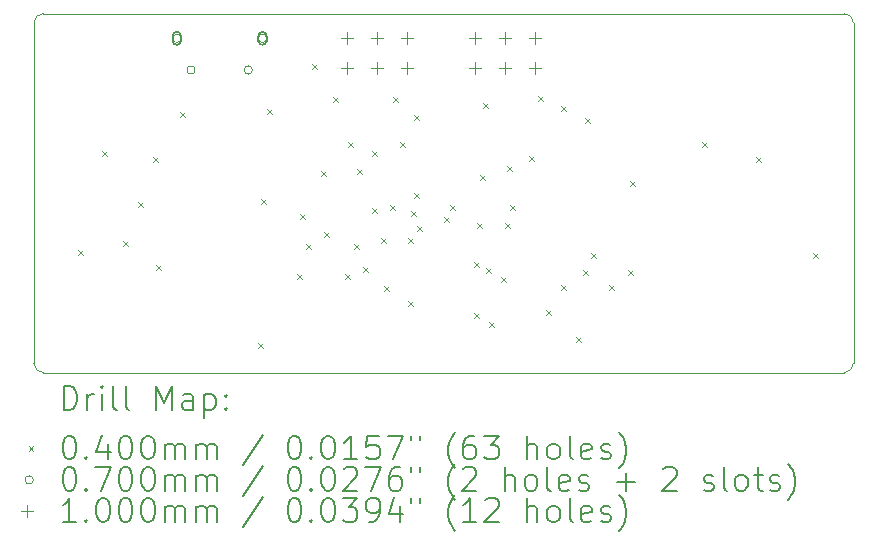
<source format=gbr>
%TF.GenerationSoftware,KiCad,Pcbnew,(6.0.10)*%
%TF.CreationDate,2023-01-18T01:33:54+01:00*%
%TF.ProjectId,hwpuzzle,68777075-7a7a-46c6-952e-6b696361645f,0.1*%
%TF.SameCoordinates,Original*%
%TF.FileFunction,Drillmap*%
%TF.FilePolarity,Positive*%
%FSLAX45Y45*%
G04 Gerber Fmt 4.5, Leading zero omitted, Abs format (unit mm)*
G04 Created by KiCad (PCBNEW (6.0.10)) date 2023-01-18 01:33:54*
%MOMM*%
%LPD*%
G01*
G04 APERTURE LIST*
%ADD10C,0.100000*%
%ADD11C,0.200000*%
%ADD12C,0.040000*%
%ADD13C,0.070000*%
G04 APERTURE END LIST*
D10*
X10000000Y-6840000D02*
X16780000Y-6840000D01*
X9920000Y-9800000D02*
X9920000Y-6920000D01*
X16780000Y-9880000D02*
X10000000Y-9880000D01*
X16860000Y-6920000D02*
X16860000Y-9800000D01*
X16860000Y-6920000D02*
G75*
G03*
X16780000Y-6840000I-80000J0D01*
G01*
X16780000Y-9880000D02*
G75*
G03*
X16860000Y-9800000I0J80000D01*
G01*
X9920000Y-9800000D02*
G75*
G03*
X10000000Y-9880000I80000J0D01*
G01*
X10000000Y-6840000D02*
G75*
G03*
X9920000Y-6920000I0J-80000D01*
G01*
D11*
D12*
X10292400Y-8844600D02*
X10332400Y-8884600D01*
X10332400Y-8844600D02*
X10292400Y-8884600D01*
X10495600Y-8006400D02*
X10535600Y-8046400D01*
X10535600Y-8006400D02*
X10495600Y-8046400D01*
X10673400Y-8768400D02*
X10713400Y-8808400D01*
X10713400Y-8768400D02*
X10673400Y-8808400D01*
X10800400Y-8438200D02*
X10840400Y-8478200D01*
X10840400Y-8438200D02*
X10800400Y-8478200D01*
X10927400Y-8057200D02*
X10967400Y-8097200D01*
X10967400Y-8057200D02*
X10927400Y-8097200D01*
X10952800Y-8971600D02*
X10992800Y-9011600D01*
X10992800Y-8971600D02*
X10952800Y-9011600D01*
X11156000Y-7676200D02*
X11196000Y-7716200D01*
X11196000Y-7676200D02*
X11156000Y-7716200D01*
X11816400Y-9632000D02*
X11856400Y-9672000D01*
X11856400Y-9632000D02*
X11816400Y-9672000D01*
X11841800Y-8412800D02*
X11881800Y-8452800D01*
X11881800Y-8412800D02*
X11841800Y-8452800D01*
X11892600Y-7650800D02*
X11932600Y-7690800D01*
X11932600Y-7650800D02*
X11892600Y-7690800D01*
X12146600Y-9047800D02*
X12186600Y-9087800D01*
X12186600Y-9047800D02*
X12146600Y-9087800D01*
X12172000Y-8539800D02*
X12212000Y-8579800D01*
X12212000Y-8539800D02*
X12172000Y-8579800D01*
X12222800Y-8793800D02*
X12262800Y-8833800D01*
X12262800Y-8793800D02*
X12222800Y-8833800D01*
X12273600Y-7269800D02*
X12313600Y-7309800D01*
X12313600Y-7269800D02*
X12273600Y-7309800D01*
X12349800Y-8171500D02*
X12389800Y-8211500D01*
X12389800Y-8171500D02*
X12349800Y-8211500D01*
X12375200Y-8692200D02*
X12415200Y-8732200D01*
X12415200Y-8692200D02*
X12375200Y-8732200D01*
X12451400Y-7549200D02*
X12491400Y-7589200D01*
X12491400Y-7549200D02*
X12451400Y-7589200D01*
X12553000Y-9047800D02*
X12593000Y-9087800D01*
X12593000Y-9047800D02*
X12553000Y-9087800D01*
X12578400Y-7930200D02*
X12618400Y-7970200D01*
X12618400Y-7930200D02*
X12578400Y-7970200D01*
X12629200Y-8793800D02*
X12669200Y-8833800D01*
X12669200Y-8793800D02*
X12629200Y-8833800D01*
X12654600Y-8158800D02*
X12694600Y-8198800D01*
X12694600Y-8158800D02*
X12654600Y-8198800D01*
X12705400Y-8986950D02*
X12745400Y-9026950D01*
X12745400Y-8986950D02*
X12705400Y-9026950D01*
X12781600Y-8006400D02*
X12821600Y-8046400D01*
X12821600Y-8006400D02*
X12781600Y-8046400D01*
X12781600Y-8489000D02*
X12821600Y-8529000D01*
X12821600Y-8489000D02*
X12781600Y-8529000D01*
X12857800Y-8743000D02*
X12897800Y-8783000D01*
X12897800Y-8743000D02*
X12857800Y-8783000D01*
X12883200Y-9149400D02*
X12923200Y-9189400D01*
X12923200Y-9149400D02*
X12883200Y-9189400D01*
X12934000Y-8463600D02*
X12974000Y-8503600D01*
X12974000Y-8463600D02*
X12934000Y-8503600D01*
X12959400Y-7549200D02*
X12999400Y-7589200D01*
X12999400Y-7549200D02*
X12959400Y-7589200D01*
X13022900Y-7930200D02*
X13062900Y-7970200D01*
X13062900Y-7930200D02*
X13022900Y-7970200D01*
X13086400Y-8743000D02*
X13126400Y-8783000D01*
X13126400Y-8743000D02*
X13086400Y-8783000D01*
X13086400Y-9276400D02*
X13126400Y-9316400D01*
X13126400Y-9276400D02*
X13086400Y-9316400D01*
X13111800Y-8514400D02*
X13151800Y-8554400D01*
X13151800Y-8514400D02*
X13111800Y-8554400D01*
X13137200Y-7701600D02*
X13177200Y-7741600D01*
X13177200Y-7701600D02*
X13137200Y-7741600D01*
X13137200Y-8362000D02*
X13177200Y-8402000D01*
X13177200Y-8362000D02*
X13137200Y-8402000D01*
X13162600Y-8641400D02*
X13202600Y-8681400D01*
X13202600Y-8641400D02*
X13162600Y-8681400D01*
X13391200Y-8565200D02*
X13431200Y-8605200D01*
X13431200Y-8565200D02*
X13391200Y-8605200D01*
X13442000Y-8463600D02*
X13482000Y-8503600D01*
X13482000Y-8463600D02*
X13442000Y-8503600D01*
X13645200Y-8946200D02*
X13685200Y-8986200D01*
X13685200Y-8946200D02*
X13645200Y-8986200D01*
X13645200Y-9378000D02*
X13685200Y-9418000D01*
X13685200Y-9378000D02*
X13645200Y-9418000D01*
X13670600Y-8616000D02*
X13710600Y-8656000D01*
X13710600Y-8616000D02*
X13670600Y-8656000D01*
X13696000Y-8209600D02*
X13736000Y-8249600D01*
X13736000Y-8209600D02*
X13696000Y-8249600D01*
X13721400Y-7600000D02*
X13761400Y-7640000D01*
X13761400Y-7600000D02*
X13721400Y-7640000D01*
X13746800Y-8997000D02*
X13786800Y-9037000D01*
X13786800Y-8997000D02*
X13746800Y-9037000D01*
X13772200Y-9454200D02*
X13812200Y-9494200D01*
X13812200Y-9454200D02*
X13772200Y-9494200D01*
X13873800Y-9073200D02*
X13913800Y-9113200D01*
X13913800Y-9073200D02*
X13873800Y-9113200D01*
X13911900Y-8616000D02*
X13951900Y-8656000D01*
X13951900Y-8616000D02*
X13911900Y-8656000D01*
X13924600Y-8133400D02*
X13964600Y-8173400D01*
X13964600Y-8133400D02*
X13924600Y-8173400D01*
X13950000Y-8463600D02*
X13990000Y-8503600D01*
X13990000Y-8463600D02*
X13950000Y-8503600D01*
X14115100Y-8044500D02*
X14155100Y-8084500D01*
X14155100Y-8044500D02*
X14115100Y-8084500D01*
X14191300Y-7536500D02*
X14231300Y-7576500D01*
X14231300Y-7536500D02*
X14191300Y-7576500D01*
X14254800Y-9352600D02*
X14294800Y-9392600D01*
X14294800Y-9352600D02*
X14254800Y-9392600D01*
X14381800Y-7625400D02*
X14421800Y-7665400D01*
X14421800Y-7625400D02*
X14381800Y-7665400D01*
X14381800Y-9136700D02*
X14421800Y-9176700D01*
X14421800Y-9136700D02*
X14381800Y-9176700D01*
X14508800Y-9581200D02*
X14548800Y-9621200D01*
X14548800Y-9581200D02*
X14508800Y-9621200D01*
X14572300Y-9009700D02*
X14612300Y-9049700D01*
X14612300Y-9009700D02*
X14572300Y-9049700D01*
X14585000Y-7727000D02*
X14625000Y-7767000D01*
X14625000Y-7727000D02*
X14585000Y-7767000D01*
X14635800Y-8870000D02*
X14675800Y-8910000D01*
X14675800Y-8870000D02*
X14635800Y-8910000D01*
X14788200Y-9136700D02*
X14828200Y-9176700D01*
X14828200Y-9136700D02*
X14788200Y-9176700D01*
X14953300Y-9009700D02*
X14993300Y-9049700D01*
X14993300Y-9009700D02*
X14953300Y-9049700D01*
X14966000Y-8260400D02*
X15006000Y-8300400D01*
X15006000Y-8260400D02*
X14966000Y-8300400D01*
X15575600Y-7930200D02*
X15615600Y-7970200D01*
X15615600Y-7930200D02*
X15575600Y-7970200D01*
X16032800Y-8057200D02*
X16072800Y-8097200D01*
X16072800Y-8057200D02*
X16032800Y-8097200D01*
X16515400Y-8870000D02*
X16555400Y-8910000D01*
X16555400Y-8870000D02*
X16515400Y-8910000D01*
D13*
X11166000Y-7050100D02*
G75*
G03*
X11166000Y-7050100I-35000J0D01*
G01*
D11*
X11096000Y-7030100D02*
X11096000Y-7070100D01*
X11166000Y-7030100D02*
X11166000Y-7070100D01*
X11096000Y-7070100D02*
G75*
G03*
X11166000Y-7070100I35000J0D01*
G01*
X11166000Y-7030100D02*
G75*
G03*
X11096000Y-7030100I-35000J0D01*
G01*
D13*
X11286000Y-7318100D02*
G75*
G03*
X11286000Y-7318100I-35000J0D01*
G01*
X11771000Y-7318100D02*
G75*
G03*
X11771000Y-7318100I-35000J0D01*
G01*
X11891000Y-7050100D02*
G75*
G03*
X11891000Y-7050100I-35000J0D01*
G01*
D11*
X11821000Y-7030100D02*
X11821000Y-7070100D01*
X11891000Y-7030100D02*
X11891000Y-7070100D01*
X11821000Y-7070100D02*
G75*
G03*
X11891000Y-7070100I35000J0D01*
G01*
X11891000Y-7030100D02*
G75*
G03*
X11821000Y-7030100I-35000J0D01*
G01*
D10*
X12573000Y-6998500D02*
X12573000Y-7098500D01*
X12523000Y-7048500D02*
X12623000Y-7048500D01*
X12573000Y-7252500D02*
X12573000Y-7352500D01*
X12523000Y-7302500D02*
X12623000Y-7302500D01*
X12827000Y-6998500D02*
X12827000Y-7098500D01*
X12777000Y-7048500D02*
X12877000Y-7048500D01*
X12827000Y-7252500D02*
X12827000Y-7352500D01*
X12777000Y-7302500D02*
X12877000Y-7302500D01*
X13081000Y-6998500D02*
X13081000Y-7098500D01*
X13031000Y-7048500D02*
X13131000Y-7048500D01*
X13081000Y-7252500D02*
X13081000Y-7352500D01*
X13031000Y-7302500D02*
X13131000Y-7302500D01*
X13654000Y-6999000D02*
X13654000Y-7099000D01*
X13604000Y-7049000D02*
X13704000Y-7049000D01*
X13654000Y-7253000D02*
X13654000Y-7353000D01*
X13604000Y-7303000D02*
X13704000Y-7303000D01*
X13908000Y-6999000D02*
X13908000Y-7099000D01*
X13858000Y-7049000D02*
X13958000Y-7049000D01*
X13908000Y-7253000D02*
X13908000Y-7353000D01*
X13858000Y-7303000D02*
X13958000Y-7303000D01*
X14162000Y-6999000D02*
X14162000Y-7099000D01*
X14112000Y-7049000D02*
X14212000Y-7049000D01*
X14162000Y-7253000D02*
X14162000Y-7353000D01*
X14112000Y-7303000D02*
X14212000Y-7303000D01*
D11*
X10172619Y-10195476D02*
X10172619Y-9995476D01*
X10220238Y-9995476D01*
X10248810Y-10005000D01*
X10267857Y-10024048D01*
X10277381Y-10043095D01*
X10286905Y-10081190D01*
X10286905Y-10109762D01*
X10277381Y-10147857D01*
X10267857Y-10166905D01*
X10248810Y-10185952D01*
X10220238Y-10195476D01*
X10172619Y-10195476D01*
X10372619Y-10195476D02*
X10372619Y-10062143D01*
X10372619Y-10100238D02*
X10382143Y-10081190D01*
X10391667Y-10071667D01*
X10410714Y-10062143D01*
X10429762Y-10062143D01*
X10496429Y-10195476D02*
X10496429Y-10062143D01*
X10496429Y-9995476D02*
X10486905Y-10005000D01*
X10496429Y-10014524D01*
X10505952Y-10005000D01*
X10496429Y-9995476D01*
X10496429Y-10014524D01*
X10620238Y-10195476D02*
X10601190Y-10185952D01*
X10591667Y-10166905D01*
X10591667Y-9995476D01*
X10725000Y-10195476D02*
X10705952Y-10185952D01*
X10696429Y-10166905D01*
X10696429Y-9995476D01*
X10953571Y-10195476D02*
X10953571Y-9995476D01*
X11020238Y-10138333D01*
X11086905Y-9995476D01*
X11086905Y-10195476D01*
X11267857Y-10195476D02*
X11267857Y-10090714D01*
X11258333Y-10071667D01*
X11239286Y-10062143D01*
X11201190Y-10062143D01*
X11182143Y-10071667D01*
X11267857Y-10185952D02*
X11248809Y-10195476D01*
X11201190Y-10195476D01*
X11182143Y-10185952D01*
X11172619Y-10166905D01*
X11172619Y-10147857D01*
X11182143Y-10128810D01*
X11201190Y-10119286D01*
X11248809Y-10119286D01*
X11267857Y-10109762D01*
X11363095Y-10062143D02*
X11363095Y-10262143D01*
X11363095Y-10071667D02*
X11382143Y-10062143D01*
X11420238Y-10062143D01*
X11439286Y-10071667D01*
X11448809Y-10081190D01*
X11458333Y-10100238D01*
X11458333Y-10157381D01*
X11448809Y-10176429D01*
X11439286Y-10185952D01*
X11420238Y-10195476D01*
X11382143Y-10195476D01*
X11363095Y-10185952D01*
X11544048Y-10176429D02*
X11553571Y-10185952D01*
X11544048Y-10195476D01*
X11534524Y-10185952D01*
X11544048Y-10176429D01*
X11544048Y-10195476D01*
X11544048Y-10071667D02*
X11553571Y-10081190D01*
X11544048Y-10090714D01*
X11534524Y-10081190D01*
X11544048Y-10071667D01*
X11544048Y-10090714D01*
D12*
X9875000Y-10505000D02*
X9915000Y-10545000D01*
X9915000Y-10505000D02*
X9875000Y-10545000D01*
D11*
X10210714Y-10415476D02*
X10229762Y-10415476D01*
X10248810Y-10425000D01*
X10258333Y-10434524D01*
X10267857Y-10453571D01*
X10277381Y-10491667D01*
X10277381Y-10539286D01*
X10267857Y-10577381D01*
X10258333Y-10596429D01*
X10248810Y-10605952D01*
X10229762Y-10615476D01*
X10210714Y-10615476D01*
X10191667Y-10605952D01*
X10182143Y-10596429D01*
X10172619Y-10577381D01*
X10163095Y-10539286D01*
X10163095Y-10491667D01*
X10172619Y-10453571D01*
X10182143Y-10434524D01*
X10191667Y-10425000D01*
X10210714Y-10415476D01*
X10363095Y-10596429D02*
X10372619Y-10605952D01*
X10363095Y-10615476D01*
X10353571Y-10605952D01*
X10363095Y-10596429D01*
X10363095Y-10615476D01*
X10544048Y-10482143D02*
X10544048Y-10615476D01*
X10496429Y-10405952D02*
X10448810Y-10548810D01*
X10572619Y-10548810D01*
X10686905Y-10415476D02*
X10705952Y-10415476D01*
X10725000Y-10425000D01*
X10734524Y-10434524D01*
X10744048Y-10453571D01*
X10753571Y-10491667D01*
X10753571Y-10539286D01*
X10744048Y-10577381D01*
X10734524Y-10596429D01*
X10725000Y-10605952D01*
X10705952Y-10615476D01*
X10686905Y-10615476D01*
X10667857Y-10605952D01*
X10658333Y-10596429D01*
X10648810Y-10577381D01*
X10639286Y-10539286D01*
X10639286Y-10491667D01*
X10648810Y-10453571D01*
X10658333Y-10434524D01*
X10667857Y-10425000D01*
X10686905Y-10415476D01*
X10877381Y-10415476D02*
X10896429Y-10415476D01*
X10915476Y-10425000D01*
X10925000Y-10434524D01*
X10934524Y-10453571D01*
X10944048Y-10491667D01*
X10944048Y-10539286D01*
X10934524Y-10577381D01*
X10925000Y-10596429D01*
X10915476Y-10605952D01*
X10896429Y-10615476D01*
X10877381Y-10615476D01*
X10858333Y-10605952D01*
X10848810Y-10596429D01*
X10839286Y-10577381D01*
X10829762Y-10539286D01*
X10829762Y-10491667D01*
X10839286Y-10453571D01*
X10848810Y-10434524D01*
X10858333Y-10425000D01*
X10877381Y-10415476D01*
X11029762Y-10615476D02*
X11029762Y-10482143D01*
X11029762Y-10501190D02*
X11039286Y-10491667D01*
X11058333Y-10482143D01*
X11086905Y-10482143D01*
X11105952Y-10491667D01*
X11115476Y-10510714D01*
X11115476Y-10615476D01*
X11115476Y-10510714D02*
X11125000Y-10491667D01*
X11144048Y-10482143D01*
X11172619Y-10482143D01*
X11191667Y-10491667D01*
X11201190Y-10510714D01*
X11201190Y-10615476D01*
X11296428Y-10615476D02*
X11296428Y-10482143D01*
X11296428Y-10501190D02*
X11305952Y-10491667D01*
X11325000Y-10482143D01*
X11353571Y-10482143D01*
X11372619Y-10491667D01*
X11382143Y-10510714D01*
X11382143Y-10615476D01*
X11382143Y-10510714D02*
X11391667Y-10491667D01*
X11410714Y-10482143D01*
X11439286Y-10482143D01*
X11458333Y-10491667D01*
X11467857Y-10510714D01*
X11467857Y-10615476D01*
X11858333Y-10405952D02*
X11686905Y-10663095D01*
X12115476Y-10415476D02*
X12134524Y-10415476D01*
X12153571Y-10425000D01*
X12163095Y-10434524D01*
X12172619Y-10453571D01*
X12182143Y-10491667D01*
X12182143Y-10539286D01*
X12172619Y-10577381D01*
X12163095Y-10596429D01*
X12153571Y-10605952D01*
X12134524Y-10615476D01*
X12115476Y-10615476D01*
X12096428Y-10605952D01*
X12086905Y-10596429D01*
X12077381Y-10577381D01*
X12067857Y-10539286D01*
X12067857Y-10491667D01*
X12077381Y-10453571D01*
X12086905Y-10434524D01*
X12096428Y-10425000D01*
X12115476Y-10415476D01*
X12267857Y-10596429D02*
X12277381Y-10605952D01*
X12267857Y-10615476D01*
X12258333Y-10605952D01*
X12267857Y-10596429D01*
X12267857Y-10615476D01*
X12401190Y-10415476D02*
X12420238Y-10415476D01*
X12439286Y-10425000D01*
X12448809Y-10434524D01*
X12458333Y-10453571D01*
X12467857Y-10491667D01*
X12467857Y-10539286D01*
X12458333Y-10577381D01*
X12448809Y-10596429D01*
X12439286Y-10605952D01*
X12420238Y-10615476D01*
X12401190Y-10615476D01*
X12382143Y-10605952D01*
X12372619Y-10596429D01*
X12363095Y-10577381D01*
X12353571Y-10539286D01*
X12353571Y-10491667D01*
X12363095Y-10453571D01*
X12372619Y-10434524D01*
X12382143Y-10425000D01*
X12401190Y-10415476D01*
X12658333Y-10615476D02*
X12544048Y-10615476D01*
X12601190Y-10615476D02*
X12601190Y-10415476D01*
X12582143Y-10444048D01*
X12563095Y-10463095D01*
X12544048Y-10472619D01*
X12839286Y-10415476D02*
X12744048Y-10415476D01*
X12734524Y-10510714D01*
X12744048Y-10501190D01*
X12763095Y-10491667D01*
X12810714Y-10491667D01*
X12829762Y-10501190D01*
X12839286Y-10510714D01*
X12848809Y-10529762D01*
X12848809Y-10577381D01*
X12839286Y-10596429D01*
X12829762Y-10605952D01*
X12810714Y-10615476D01*
X12763095Y-10615476D01*
X12744048Y-10605952D01*
X12734524Y-10596429D01*
X12915476Y-10415476D02*
X13048809Y-10415476D01*
X12963095Y-10615476D01*
X13115476Y-10415476D02*
X13115476Y-10453571D01*
X13191667Y-10415476D02*
X13191667Y-10453571D01*
X13486905Y-10691667D02*
X13477381Y-10682143D01*
X13458333Y-10653571D01*
X13448809Y-10634524D01*
X13439286Y-10605952D01*
X13429762Y-10558333D01*
X13429762Y-10520238D01*
X13439286Y-10472619D01*
X13448809Y-10444048D01*
X13458333Y-10425000D01*
X13477381Y-10396429D01*
X13486905Y-10386905D01*
X13648809Y-10415476D02*
X13610714Y-10415476D01*
X13591667Y-10425000D01*
X13582143Y-10434524D01*
X13563095Y-10463095D01*
X13553571Y-10501190D01*
X13553571Y-10577381D01*
X13563095Y-10596429D01*
X13572619Y-10605952D01*
X13591667Y-10615476D01*
X13629762Y-10615476D01*
X13648809Y-10605952D01*
X13658333Y-10596429D01*
X13667857Y-10577381D01*
X13667857Y-10529762D01*
X13658333Y-10510714D01*
X13648809Y-10501190D01*
X13629762Y-10491667D01*
X13591667Y-10491667D01*
X13572619Y-10501190D01*
X13563095Y-10510714D01*
X13553571Y-10529762D01*
X13734524Y-10415476D02*
X13858333Y-10415476D01*
X13791667Y-10491667D01*
X13820238Y-10491667D01*
X13839286Y-10501190D01*
X13848809Y-10510714D01*
X13858333Y-10529762D01*
X13858333Y-10577381D01*
X13848809Y-10596429D01*
X13839286Y-10605952D01*
X13820238Y-10615476D01*
X13763095Y-10615476D01*
X13744048Y-10605952D01*
X13734524Y-10596429D01*
X14096428Y-10615476D02*
X14096428Y-10415476D01*
X14182143Y-10615476D02*
X14182143Y-10510714D01*
X14172619Y-10491667D01*
X14153571Y-10482143D01*
X14125000Y-10482143D01*
X14105952Y-10491667D01*
X14096428Y-10501190D01*
X14305952Y-10615476D02*
X14286905Y-10605952D01*
X14277381Y-10596429D01*
X14267857Y-10577381D01*
X14267857Y-10520238D01*
X14277381Y-10501190D01*
X14286905Y-10491667D01*
X14305952Y-10482143D01*
X14334524Y-10482143D01*
X14353571Y-10491667D01*
X14363095Y-10501190D01*
X14372619Y-10520238D01*
X14372619Y-10577381D01*
X14363095Y-10596429D01*
X14353571Y-10605952D01*
X14334524Y-10615476D01*
X14305952Y-10615476D01*
X14486905Y-10615476D02*
X14467857Y-10605952D01*
X14458333Y-10586905D01*
X14458333Y-10415476D01*
X14639286Y-10605952D02*
X14620238Y-10615476D01*
X14582143Y-10615476D01*
X14563095Y-10605952D01*
X14553571Y-10586905D01*
X14553571Y-10510714D01*
X14563095Y-10491667D01*
X14582143Y-10482143D01*
X14620238Y-10482143D01*
X14639286Y-10491667D01*
X14648809Y-10510714D01*
X14648809Y-10529762D01*
X14553571Y-10548810D01*
X14725000Y-10605952D02*
X14744048Y-10615476D01*
X14782143Y-10615476D01*
X14801190Y-10605952D01*
X14810714Y-10586905D01*
X14810714Y-10577381D01*
X14801190Y-10558333D01*
X14782143Y-10548810D01*
X14753571Y-10548810D01*
X14734524Y-10539286D01*
X14725000Y-10520238D01*
X14725000Y-10510714D01*
X14734524Y-10491667D01*
X14753571Y-10482143D01*
X14782143Y-10482143D01*
X14801190Y-10491667D01*
X14877381Y-10691667D02*
X14886905Y-10682143D01*
X14905952Y-10653571D01*
X14915476Y-10634524D01*
X14925000Y-10605952D01*
X14934524Y-10558333D01*
X14934524Y-10520238D01*
X14925000Y-10472619D01*
X14915476Y-10444048D01*
X14905952Y-10425000D01*
X14886905Y-10396429D01*
X14877381Y-10386905D01*
D13*
X9915000Y-10789000D02*
G75*
G03*
X9915000Y-10789000I-35000J0D01*
G01*
D11*
X10210714Y-10679476D02*
X10229762Y-10679476D01*
X10248810Y-10689000D01*
X10258333Y-10698524D01*
X10267857Y-10717571D01*
X10277381Y-10755667D01*
X10277381Y-10803286D01*
X10267857Y-10841381D01*
X10258333Y-10860429D01*
X10248810Y-10869952D01*
X10229762Y-10879476D01*
X10210714Y-10879476D01*
X10191667Y-10869952D01*
X10182143Y-10860429D01*
X10172619Y-10841381D01*
X10163095Y-10803286D01*
X10163095Y-10755667D01*
X10172619Y-10717571D01*
X10182143Y-10698524D01*
X10191667Y-10689000D01*
X10210714Y-10679476D01*
X10363095Y-10860429D02*
X10372619Y-10869952D01*
X10363095Y-10879476D01*
X10353571Y-10869952D01*
X10363095Y-10860429D01*
X10363095Y-10879476D01*
X10439286Y-10679476D02*
X10572619Y-10679476D01*
X10486905Y-10879476D01*
X10686905Y-10679476D02*
X10705952Y-10679476D01*
X10725000Y-10689000D01*
X10734524Y-10698524D01*
X10744048Y-10717571D01*
X10753571Y-10755667D01*
X10753571Y-10803286D01*
X10744048Y-10841381D01*
X10734524Y-10860429D01*
X10725000Y-10869952D01*
X10705952Y-10879476D01*
X10686905Y-10879476D01*
X10667857Y-10869952D01*
X10658333Y-10860429D01*
X10648810Y-10841381D01*
X10639286Y-10803286D01*
X10639286Y-10755667D01*
X10648810Y-10717571D01*
X10658333Y-10698524D01*
X10667857Y-10689000D01*
X10686905Y-10679476D01*
X10877381Y-10679476D02*
X10896429Y-10679476D01*
X10915476Y-10689000D01*
X10925000Y-10698524D01*
X10934524Y-10717571D01*
X10944048Y-10755667D01*
X10944048Y-10803286D01*
X10934524Y-10841381D01*
X10925000Y-10860429D01*
X10915476Y-10869952D01*
X10896429Y-10879476D01*
X10877381Y-10879476D01*
X10858333Y-10869952D01*
X10848810Y-10860429D01*
X10839286Y-10841381D01*
X10829762Y-10803286D01*
X10829762Y-10755667D01*
X10839286Y-10717571D01*
X10848810Y-10698524D01*
X10858333Y-10689000D01*
X10877381Y-10679476D01*
X11029762Y-10879476D02*
X11029762Y-10746143D01*
X11029762Y-10765190D02*
X11039286Y-10755667D01*
X11058333Y-10746143D01*
X11086905Y-10746143D01*
X11105952Y-10755667D01*
X11115476Y-10774714D01*
X11115476Y-10879476D01*
X11115476Y-10774714D02*
X11125000Y-10755667D01*
X11144048Y-10746143D01*
X11172619Y-10746143D01*
X11191667Y-10755667D01*
X11201190Y-10774714D01*
X11201190Y-10879476D01*
X11296428Y-10879476D02*
X11296428Y-10746143D01*
X11296428Y-10765190D02*
X11305952Y-10755667D01*
X11325000Y-10746143D01*
X11353571Y-10746143D01*
X11372619Y-10755667D01*
X11382143Y-10774714D01*
X11382143Y-10879476D01*
X11382143Y-10774714D02*
X11391667Y-10755667D01*
X11410714Y-10746143D01*
X11439286Y-10746143D01*
X11458333Y-10755667D01*
X11467857Y-10774714D01*
X11467857Y-10879476D01*
X11858333Y-10669952D02*
X11686905Y-10927095D01*
X12115476Y-10679476D02*
X12134524Y-10679476D01*
X12153571Y-10689000D01*
X12163095Y-10698524D01*
X12172619Y-10717571D01*
X12182143Y-10755667D01*
X12182143Y-10803286D01*
X12172619Y-10841381D01*
X12163095Y-10860429D01*
X12153571Y-10869952D01*
X12134524Y-10879476D01*
X12115476Y-10879476D01*
X12096428Y-10869952D01*
X12086905Y-10860429D01*
X12077381Y-10841381D01*
X12067857Y-10803286D01*
X12067857Y-10755667D01*
X12077381Y-10717571D01*
X12086905Y-10698524D01*
X12096428Y-10689000D01*
X12115476Y-10679476D01*
X12267857Y-10860429D02*
X12277381Y-10869952D01*
X12267857Y-10879476D01*
X12258333Y-10869952D01*
X12267857Y-10860429D01*
X12267857Y-10879476D01*
X12401190Y-10679476D02*
X12420238Y-10679476D01*
X12439286Y-10689000D01*
X12448809Y-10698524D01*
X12458333Y-10717571D01*
X12467857Y-10755667D01*
X12467857Y-10803286D01*
X12458333Y-10841381D01*
X12448809Y-10860429D01*
X12439286Y-10869952D01*
X12420238Y-10879476D01*
X12401190Y-10879476D01*
X12382143Y-10869952D01*
X12372619Y-10860429D01*
X12363095Y-10841381D01*
X12353571Y-10803286D01*
X12353571Y-10755667D01*
X12363095Y-10717571D01*
X12372619Y-10698524D01*
X12382143Y-10689000D01*
X12401190Y-10679476D01*
X12544048Y-10698524D02*
X12553571Y-10689000D01*
X12572619Y-10679476D01*
X12620238Y-10679476D01*
X12639286Y-10689000D01*
X12648809Y-10698524D01*
X12658333Y-10717571D01*
X12658333Y-10736619D01*
X12648809Y-10765190D01*
X12534524Y-10879476D01*
X12658333Y-10879476D01*
X12725000Y-10679476D02*
X12858333Y-10679476D01*
X12772619Y-10879476D01*
X13020238Y-10679476D02*
X12982143Y-10679476D01*
X12963095Y-10689000D01*
X12953571Y-10698524D01*
X12934524Y-10727095D01*
X12925000Y-10765190D01*
X12925000Y-10841381D01*
X12934524Y-10860429D01*
X12944048Y-10869952D01*
X12963095Y-10879476D01*
X13001190Y-10879476D01*
X13020238Y-10869952D01*
X13029762Y-10860429D01*
X13039286Y-10841381D01*
X13039286Y-10793762D01*
X13029762Y-10774714D01*
X13020238Y-10765190D01*
X13001190Y-10755667D01*
X12963095Y-10755667D01*
X12944048Y-10765190D01*
X12934524Y-10774714D01*
X12925000Y-10793762D01*
X13115476Y-10679476D02*
X13115476Y-10717571D01*
X13191667Y-10679476D02*
X13191667Y-10717571D01*
X13486905Y-10955667D02*
X13477381Y-10946143D01*
X13458333Y-10917571D01*
X13448809Y-10898524D01*
X13439286Y-10869952D01*
X13429762Y-10822333D01*
X13429762Y-10784238D01*
X13439286Y-10736619D01*
X13448809Y-10708048D01*
X13458333Y-10689000D01*
X13477381Y-10660429D01*
X13486905Y-10650905D01*
X13553571Y-10698524D02*
X13563095Y-10689000D01*
X13582143Y-10679476D01*
X13629762Y-10679476D01*
X13648809Y-10689000D01*
X13658333Y-10698524D01*
X13667857Y-10717571D01*
X13667857Y-10736619D01*
X13658333Y-10765190D01*
X13544048Y-10879476D01*
X13667857Y-10879476D01*
X13905952Y-10879476D02*
X13905952Y-10679476D01*
X13991667Y-10879476D02*
X13991667Y-10774714D01*
X13982143Y-10755667D01*
X13963095Y-10746143D01*
X13934524Y-10746143D01*
X13915476Y-10755667D01*
X13905952Y-10765190D01*
X14115476Y-10879476D02*
X14096428Y-10869952D01*
X14086905Y-10860429D01*
X14077381Y-10841381D01*
X14077381Y-10784238D01*
X14086905Y-10765190D01*
X14096428Y-10755667D01*
X14115476Y-10746143D01*
X14144048Y-10746143D01*
X14163095Y-10755667D01*
X14172619Y-10765190D01*
X14182143Y-10784238D01*
X14182143Y-10841381D01*
X14172619Y-10860429D01*
X14163095Y-10869952D01*
X14144048Y-10879476D01*
X14115476Y-10879476D01*
X14296428Y-10879476D02*
X14277381Y-10869952D01*
X14267857Y-10850905D01*
X14267857Y-10679476D01*
X14448809Y-10869952D02*
X14429762Y-10879476D01*
X14391667Y-10879476D01*
X14372619Y-10869952D01*
X14363095Y-10850905D01*
X14363095Y-10774714D01*
X14372619Y-10755667D01*
X14391667Y-10746143D01*
X14429762Y-10746143D01*
X14448809Y-10755667D01*
X14458333Y-10774714D01*
X14458333Y-10793762D01*
X14363095Y-10812810D01*
X14534524Y-10869952D02*
X14553571Y-10879476D01*
X14591667Y-10879476D01*
X14610714Y-10869952D01*
X14620238Y-10850905D01*
X14620238Y-10841381D01*
X14610714Y-10822333D01*
X14591667Y-10812810D01*
X14563095Y-10812810D01*
X14544048Y-10803286D01*
X14534524Y-10784238D01*
X14534524Y-10774714D01*
X14544048Y-10755667D01*
X14563095Y-10746143D01*
X14591667Y-10746143D01*
X14610714Y-10755667D01*
X14858333Y-10803286D02*
X15010714Y-10803286D01*
X14934524Y-10879476D02*
X14934524Y-10727095D01*
X15248809Y-10698524D02*
X15258333Y-10689000D01*
X15277381Y-10679476D01*
X15325000Y-10679476D01*
X15344048Y-10689000D01*
X15353571Y-10698524D01*
X15363095Y-10717571D01*
X15363095Y-10736619D01*
X15353571Y-10765190D01*
X15239286Y-10879476D01*
X15363095Y-10879476D01*
X15591667Y-10869952D02*
X15610714Y-10879476D01*
X15648809Y-10879476D01*
X15667857Y-10869952D01*
X15677381Y-10850905D01*
X15677381Y-10841381D01*
X15667857Y-10822333D01*
X15648809Y-10812810D01*
X15620238Y-10812810D01*
X15601190Y-10803286D01*
X15591667Y-10784238D01*
X15591667Y-10774714D01*
X15601190Y-10755667D01*
X15620238Y-10746143D01*
X15648809Y-10746143D01*
X15667857Y-10755667D01*
X15791667Y-10879476D02*
X15772619Y-10869952D01*
X15763095Y-10850905D01*
X15763095Y-10679476D01*
X15896428Y-10879476D02*
X15877381Y-10869952D01*
X15867857Y-10860429D01*
X15858333Y-10841381D01*
X15858333Y-10784238D01*
X15867857Y-10765190D01*
X15877381Y-10755667D01*
X15896428Y-10746143D01*
X15925000Y-10746143D01*
X15944048Y-10755667D01*
X15953571Y-10765190D01*
X15963095Y-10784238D01*
X15963095Y-10841381D01*
X15953571Y-10860429D01*
X15944048Y-10869952D01*
X15925000Y-10879476D01*
X15896428Y-10879476D01*
X16020238Y-10746143D02*
X16096428Y-10746143D01*
X16048809Y-10679476D02*
X16048809Y-10850905D01*
X16058333Y-10869952D01*
X16077381Y-10879476D01*
X16096428Y-10879476D01*
X16153571Y-10869952D02*
X16172619Y-10879476D01*
X16210714Y-10879476D01*
X16229762Y-10869952D01*
X16239286Y-10850905D01*
X16239286Y-10841381D01*
X16229762Y-10822333D01*
X16210714Y-10812810D01*
X16182143Y-10812810D01*
X16163095Y-10803286D01*
X16153571Y-10784238D01*
X16153571Y-10774714D01*
X16163095Y-10755667D01*
X16182143Y-10746143D01*
X16210714Y-10746143D01*
X16229762Y-10755667D01*
X16305952Y-10955667D02*
X16315476Y-10946143D01*
X16334524Y-10917571D01*
X16344048Y-10898524D01*
X16353571Y-10869952D01*
X16363095Y-10822333D01*
X16363095Y-10784238D01*
X16353571Y-10736619D01*
X16344048Y-10708048D01*
X16334524Y-10689000D01*
X16315476Y-10660429D01*
X16305952Y-10650905D01*
D10*
X9865000Y-11003000D02*
X9865000Y-11103000D01*
X9815000Y-11053000D02*
X9915000Y-11053000D01*
D11*
X10277381Y-11143476D02*
X10163095Y-11143476D01*
X10220238Y-11143476D02*
X10220238Y-10943476D01*
X10201190Y-10972048D01*
X10182143Y-10991095D01*
X10163095Y-11000619D01*
X10363095Y-11124429D02*
X10372619Y-11133952D01*
X10363095Y-11143476D01*
X10353571Y-11133952D01*
X10363095Y-11124429D01*
X10363095Y-11143476D01*
X10496429Y-10943476D02*
X10515476Y-10943476D01*
X10534524Y-10953000D01*
X10544048Y-10962524D01*
X10553571Y-10981571D01*
X10563095Y-11019667D01*
X10563095Y-11067286D01*
X10553571Y-11105381D01*
X10544048Y-11124429D01*
X10534524Y-11133952D01*
X10515476Y-11143476D01*
X10496429Y-11143476D01*
X10477381Y-11133952D01*
X10467857Y-11124429D01*
X10458333Y-11105381D01*
X10448810Y-11067286D01*
X10448810Y-11019667D01*
X10458333Y-10981571D01*
X10467857Y-10962524D01*
X10477381Y-10953000D01*
X10496429Y-10943476D01*
X10686905Y-10943476D02*
X10705952Y-10943476D01*
X10725000Y-10953000D01*
X10734524Y-10962524D01*
X10744048Y-10981571D01*
X10753571Y-11019667D01*
X10753571Y-11067286D01*
X10744048Y-11105381D01*
X10734524Y-11124429D01*
X10725000Y-11133952D01*
X10705952Y-11143476D01*
X10686905Y-11143476D01*
X10667857Y-11133952D01*
X10658333Y-11124429D01*
X10648810Y-11105381D01*
X10639286Y-11067286D01*
X10639286Y-11019667D01*
X10648810Y-10981571D01*
X10658333Y-10962524D01*
X10667857Y-10953000D01*
X10686905Y-10943476D01*
X10877381Y-10943476D02*
X10896429Y-10943476D01*
X10915476Y-10953000D01*
X10925000Y-10962524D01*
X10934524Y-10981571D01*
X10944048Y-11019667D01*
X10944048Y-11067286D01*
X10934524Y-11105381D01*
X10925000Y-11124429D01*
X10915476Y-11133952D01*
X10896429Y-11143476D01*
X10877381Y-11143476D01*
X10858333Y-11133952D01*
X10848810Y-11124429D01*
X10839286Y-11105381D01*
X10829762Y-11067286D01*
X10829762Y-11019667D01*
X10839286Y-10981571D01*
X10848810Y-10962524D01*
X10858333Y-10953000D01*
X10877381Y-10943476D01*
X11029762Y-11143476D02*
X11029762Y-11010143D01*
X11029762Y-11029190D02*
X11039286Y-11019667D01*
X11058333Y-11010143D01*
X11086905Y-11010143D01*
X11105952Y-11019667D01*
X11115476Y-11038714D01*
X11115476Y-11143476D01*
X11115476Y-11038714D02*
X11125000Y-11019667D01*
X11144048Y-11010143D01*
X11172619Y-11010143D01*
X11191667Y-11019667D01*
X11201190Y-11038714D01*
X11201190Y-11143476D01*
X11296428Y-11143476D02*
X11296428Y-11010143D01*
X11296428Y-11029190D02*
X11305952Y-11019667D01*
X11325000Y-11010143D01*
X11353571Y-11010143D01*
X11372619Y-11019667D01*
X11382143Y-11038714D01*
X11382143Y-11143476D01*
X11382143Y-11038714D02*
X11391667Y-11019667D01*
X11410714Y-11010143D01*
X11439286Y-11010143D01*
X11458333Y-11019667D01*
X11467857Y-11038714D01*
X11467857Y-11143476D01*
X11858333Y-10933952D02*
X11686905Y-11191095D01*
X12115476Y-10943476D02*
X12134524Y-10943476D01*
X12153571Y-10953000D01*
X12163095Y-10962524D01*
X12172619Y-10981571D01*
X12182143Y-11019667D01*
X12182143Y-11067286D01*
X12172619Y-11105381D01*
X12163095Y-11124429D01*
X12153571Y-11133952D01*
X12134524Y-11143476D01*
X12115476Y-11143476D01*
X12096428Y-11133952D01*
X12086905Y-11124429D01*
X12077381Y-11105381D01*
X12067857Y-11067286D01*
X12067857Y-11019667D01*
X12077381Y-10981571D01*
X12086905Y-10962524D01*
X12096428Y-10953000D01*
X12115476Y-10943476D01*
X12267857Y-11124429D02*
X12277381Y-11133952D01*
X12267857Y-11143476D01*
X12258333Y-11133952D01*
X12267857Y-11124429D01*
X12267857Y-11143476D01*
X12401190Y-10943476D02*
X12420238Y-10943476D01*
X12439286Y-10953000D01*
X12448809Y-10962524D01*
X12458333Y-10981571D01*
X12467857Y-11019667D01*
X12467857Y-11067286D01*
X12458333Y-11105381D01*
X12448809Y-11124429D01*
X12439286Y-11133952D01*
X12420238Y-11143476D01*
X12401190Y-11143476D01*
X12382143Y-11133952D01*
X12372619Y-11124429D01*
X12363095Y-11105381D01*
X12353571Y-11067286D01*
X12353571Y-11019667D01*
X12363095Y-10981571D01*
X12372619Y-10962524D01*
X12382143Y-10953000D01*
X12401190Y-10943476D01*
X12534524Y-10943476D02*
X12658333Y-10943476D01*
X12591667Y-11019667D01*
X12620238Y-11019667D01*
X12639286Y-11029190D01*
X12648809Y-11038714D01*
X12658333Y-11057762D01*
X12658333Y-11105381D01*
X12648809Y-11124429D01*
X12639286Y-11133952D01*
X12620238Y-11143476D01*
X12563095Y-11143476D01*
X12544048Y-11133952D01*
X12534524Y-11124429D01*
X12753571Y-11143476D02*
X12791667Y-11143476D01*
X12810714Y-11133952D01*
X12820238Y-11124429D01*
X12839286Y-11095857D01*
X12848809Y-11057762D01*
X12848809Y-10981571D01*
X12839286Y-10962524D01*
X12829762Y-10953000D01*
X12810714Y-10943476D01*
X12772619Y-10943476D01*
X12753571Y-10953000D01*
X12744048Y-10962524D01*
X12734524Y-10981571D01*
X12734524Y-11029190D01*
X12744048Y-11048238D01*
X12753571Y-11057762D01*
X12772619Y-11067286D01*
X12810714Y-11067286D01*
X12829762Y-11057762D01*
X12839286Y-11048238D01*
X12848809Y-11029190D01*
X13020238Y-11010143D02*
X13020238Y-11143476D01*
X12972619Y-10933952D02*
X12925000Y-11076810D01*
X13048809Y-11076810D01*
X13115476Y-10943476D02*
X13115476Y-10981571D01*
X13191667Y-10943476D02*
X13191667Y-10981571D01*
X13486905Y-11219667D02*
X13477381Y-11210143D01*
X13458333Y-11181571D01*
X13448809Y-11162524D01*
X13439286Y-11133952D01*
X13429762Y-11086333D01*
X13429762Y-11048238D01*
X13439286Y-11000619D01*
X13448809Y-10972048D01*
X13458333Y-10953000D01*
X13477381Y-10924429D01*
X13486905Y-10914905D01*
X13667857Y-11143476D02*
X13553571Y-11143476D01*
X13610714Y-11143476D02*
X13610714Y-10943476D01*
X13591667Y-10972048D01*
X13572619Y-10991095D01*
X13553571Y-11000619D01*
X13744048Y-10962524D02*
X13753571Y-10953000D01*
X13772619Y-10943476D01*
X13820238Y-10943476D01*
X13839286Y-10953000D01*
X13848809Y-10962524D01*
X13858333Y-10981571D01*
X13858333Y-11000619D01*
X13848809Y-11029190D01*
X13734524Y-11143476D01*
X13858333Y-11143476D01*
X14096428Y-11143476D02*
X14096428Y-10943476D01*
X14182143Y-11143476D02*
X14182143Y-11038714D01*
X14172619Y-11019667D01*
X14153571Y-11010143D01*
X14125000Y-11010143D01*
X14105952Y-11019667D01*
X14096428Y-11029190D01*
X14305952Y-11143476D02*
X14286905Y-11133952D01*
X14277381Y-11124429D01*
X14267857Y-11105381D01*
X14267857Y-11048238D01*
X14277381Y-11029190D01*
X14286905Y-11019667D01*
X14305952Y-11010143D01*
X14334524Y-11010143D01*
X14353571Y-11019667D01*
X14363095Y-11029190D01*
X14372619Y-11048238D01*
X14372619Y-11105381D01*
X14363095Y-11124429D01*
X14353571Y-11133952D01*
X14334524Y-11143476D01*
X14305952Y-11143476D01*
X14486905Y-11143476D02*
X14467857Y-11133952D01*
X14458333Y-11114905D01*
X14458333Y-10943476D01*
X14639286Y-11133952D02*
X14620238Y-11143476D01*
X14582143Y-11143476D01*
X14563095Y-11133952D01*
X14553571Y-11114905D01*
X14553571Y-11038714D01*
X14563095Y-11019667D01*
X14582143Y-11010143D01*
X14620238Y-11010143D01*
X14639286Y-11019667D01*
X14648809Y-11038714D01*
X14648809Y-11057762D01*
X14553571Y-11076810D01*
X14725000Y-11133952D02*
X14744048Y-11143476D01*
X14782143Y-11143476D01*
X14801190Y-11133952D01*
X14810714Y-11114905D01*
X14810714Y-11105381D01*
X14801190Y-11086333D01*
X14782143Y-11076810D01*
X14753571Y-11076810D01*
X14734524Y-11067286D01*
X14725000Y-11048238D01*
X14725000Y-11038714D01*
X14734524Y-11019667D01*
X14753571Y-11010143D01*
X14782143Y-11010143D01*
X14801190Y-11019667D01*
X14877381Y-11219667D02*
X14886905Y-11210143D01*
X14905952Y-11181571D01*
X14915476Y-11162524D01*
X14925000Y-11133952D01*
X14934524Y-11086333D01*
X14934524Y-11048238D01*
X14925000Y-11000619D01*
X14915476Y-10972048D01*
X14905952Y-10953000D01*
X14886905Y-10924429D01*
X14877381Y-10914905D01*
M02*

</source>
